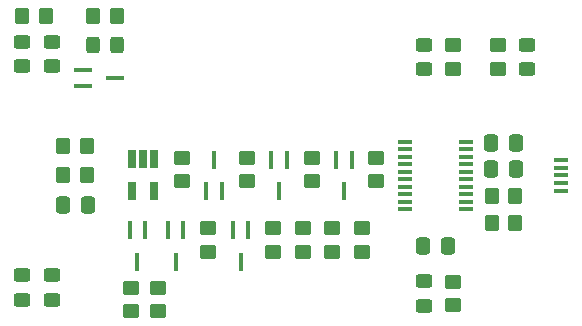
<source format=gbr>
%TF.GenerationSoftware,KiCad,Pcbnew,(6.0.7)*%
%TF.CreationDate,2023-04-12T13:22:55-04:00*%
%TF.ProjectId,minirib-usb,6d696e69-7269-4622-9d75-73622e6b6963,E*%
%TF.SameCoordinates,Original*%
%TF.FileFunction,Paste,Top*%
%TF.FilePolarity,Positive*%
%FSLAX46Y46*%
G04 Gerber Fmt 4.6, Leading zero omitted, Abs format (unit mm)*
G04 Created by KiCad (PCBNEW (6.0.7)) date 2023-04-12 13:22:55*
%MOMM*%
%LPD*%
G01*
G04 APERTURE LIST*
G04 Aperture macros list*
%AMRoundRect*
0 Rectangle with rounded corners*
0 $1 Rounding radius*
0 $2 $3 $4 $5 $6 $7 $8 $9 X,Y pos of 4 corners*
0 Add a 4 corners polygon primitive as box body*
4,1,4,$2,$3,$4,$5,$6,$7,$8,$9,$2,$3,0*
0 Add four circle primitives for the rounded corners*
1,1,$1+$1,$2,$3*
1,1,$1+$1,$4,$5*
1,1,$1+$1,$6,$7*
1,1,$1+$1,$8,$9*
0 Add four rect primitives between the rounded corners*
20,1,$1+$1,$2,$3,$4,$5,0*
20,1,$1+$1,$4,$5,$6,$7,0*
20,1,$1+$1,$6,$7,$8,$9,0*
20,1,$1+$1,$8,$9,$2,$3,0*%
G04 Aperture macros list end*
%ADD10RoundRect,0.250000X0.450000X-0.350000X0.450000X0.350000X-0.450000X0.350000X-0.450000X-0.350000X0*%
%ADD11RoundRect,0.250000X-0.450000X0.325000X-0.450000X-0.325000X0.450000X-0.325000X0.450000X0.325000X0*%
%ADD12R,1.300000X0.450000*%
%ADD13RoundRect,0.250000X-0.450000X0.350000X-0.450000X-0.350000X0.450000X-0.350000X0.450000X0.350000X0*%
%ADD14RoundRect,0.250000X-0.350000X-0.450000X0.350000X-0.450000X0.350000X0.450000X-0.350000X0.450000X0*%
%ADD15RoundRect,0.250000X0.450000X-0.325000X0.450000X0.325000X-0.450000X0.325000X-0.450000X-0.325000X0*%
%ADD16R,0.650000X1.560000*%
%ADD17R,0.450000X1.500000*%
%ADD18RoundRect,0.250000X0.337500X0.475000X-0.337500X0.475000X-0.337500X-0.475000X0.337500X-0.475000X0*%
%ADD19RoundRect,0.250000X0.350000X0.450000X-0.350000X0.450000X-0.350000X-0.450000X0.350000X-0.450000X0*%
%ADD20RoundRect,0.250000X0.325000X0.450000X-0.325000X0.450000X-0.325000X-0.450000X0.325000X-0.450000X0*%
%ADD21RoundRect,0.250000X-0.337500X-0.475000X0.337500X-0.475000X0.337500X0.475000X-0.337500X0.475000X0*%
%ADD22R,1.200000X0.400000*%
%ADD23R,1.500000X0.450000*%
G04 APERTURE END LIST*
D10*
%TO.C,R20*%
X137250000Y-111500000D03*
X137250000Y-109500000D03*
%TD*%
%TO.C,R19*%
X134750000Y-111500000D03*
X134750000Y-109500000D03*
%TD*%
%TO.C,R10*%
X133000000Y-105500000D03*
X133000000Y-103500000D03*
%TD*%
D11*
%TO.C,D3*%
X108500000Y-113475000D03*
X108500000Y-115525000D03*
%TD*%
D12*
%TO.C,J1*%
X154100000Y-106300000D03*
X154100000Y-105650000D03*
X154100000Y-105000000D03*
X154100000Y-104350000D03*
X154100000Y-103700000D03*
%TD*%
D13*
%TO.C,R3*%
X129750000Y-109500000D03*
X129750000Y-111500000D03*
%TD*%
D14*
%TO.C,R1*%
X148255000Y-106750000D03*
X150255000Y-106750000D03*
%TD*%
%TO.C,R14*%
X114500000Y-91500000D03*
X116500000Y-91500000D03*
%TD*%
D15*
%TO.C,D7*%
X142500000Y-96025000D03*
X142500000Y-93975000D03*
%TD*%
D16*
%TO.C,U2*%
X119700000Y-103650000D03*
X118750000Y-103650000D03*
X117800000Y-103650000D03*
X117800000Y-106350000D03*
X119700000Y-106350000D03*
%TD*%
D14*
%TO.C,R13*%
X108500000Y-91500000D03*
X110500000Y-91500000D03*
%TD*%
D17*
%TO.C,Q2*%
X122150000Y-109670000D03*
X120850000Y-109670000D03*
X121500000Y-112330000D03*
%TD*%
D11*
%TO.C,D4*%
X111000000Y-113475000D03*
X111000000Y-115525000D03*
%TD*%
D18*
%TO.C,C2*%
X144537500Y-111000000D03*
X142462500Y-111000000D03*
%TD*%
D10*
%TO.C,R15*%
X122000000Y-105500000D03*
X122000000Y-103500000D03*
%TD*%
D14*
%TO.C,R7*%
X112000000Y-105000000D03*
X114000000Y-105000000D03*
%TD*%
D19*
%TO.C,R6*%
X114000000Y-102500000D03*
X112000000Y-102500000D03*
%TD*%
D10*
%TO.C,R5*%
X117750000Y-116500000D03*
X117750000Y-114500000D03*
%TD*%
D20*
%TO.C,D6*%
X116525000Y-94000000D03*
X114475000Y-94000000D03*
%TD*%
D13*
%TO.C,R12*%
X148750000Y-94000000D03*
X148750000Y-96000000D03*
%TD*%
%TO.C,R16*%
X127500000Y-103500000D03*
X127500000Y-105500000D03*
%TD*%
D21*
%TO.C,C3*%
X111962500Y-107500000D03*
X114037500Y-107500000D03*
%TD*%
D19*
%TO.C,R2*%
X150250000Y-109000000D03*
X148250000Y-109000000D03*
%TD*%
D10*
%TO.C,R11*%
X132250000Y-111500000D03*
X132250000Y-109500000D03*
%TD*%
%TO.C,R18*%
X145000000Y-116000000D03*
X145000000Y-114000000D03*
%TD*%
D17*
%TO.C,Q3*%
X118900000Y-109670000D03*
X117600000Y-109670000D03*
X118250000Y-112330000D03*
%TD*%
D18*
%TO.C,C1*%
X150292500Y-104500000D03*
X148217500Y-104500000D03*
%TD*%
D17*
%TO.C,Q1*%
X127650000Y-109670000D03*
X126350000Y-109670000D03*
X127000000Y-112330000D03*
%TD*%
D13*
%TO.C,R17*%
X145000000Y-94000000D03*
X145000000Y-96000000D03*
%TD*%
D22*
%TO.C,U1*%
X140900000Y-102137500D03*
X140900000Y-102772500D03*
X140900000Y-103407500D03*
X140900000Y-104042500D03*
X140900000Y-104677500D03*
X140900000Y-105312500D03*
X140900000Y-105947500D03*
X140900000Y-106582500D03*
X140900000Y-107217500D03*
X140900000Y-107852500D03*
X146100000Y-107852500D03*
X146100000Y-107217500D03*
X146100000Y-106582500D03*
X146100000Y-105947500D03*
X146100000Y-105312500D03*
X146100000Y-104677500D03*
X146100000Y-104042500D03*
X146100000Y-103407500D03*
X146100000Y-102772500D03*
X146100000Y-102137500D03*
%TD*%
D15*
%TO.C,D2*%
X108500000Y-95750000D03*
X108500000Y-93700000D03*
%TD*%
D23*
%TO.C,Q6*%
X113670000Y-96100000D03*
X113670000Y-97400000D03*
X116330000Y-96750000D03*
%TD*%
D17*
%TO.C,Q4*%
X136400000Y-103670000D03*
X135100000Y-103670000D03*
X135750000Y-106330000D03*
%TD*%
%TO.C,Q5*%
X130900000Y-103670000D03*
X129600000Y-103670000D03*
X130250000Y-106330000D03*
%TD*%
D15*
%TO.C,D1*%
X111000000Y-95750000D03*
X111000000Y-93700000D03*
%TD*%
D18*
%TO.C,C4*%
X150292500Y-102250000D03*
X148217500Y-102250000D03*
%TD*%
D15*
%TO.C,D5*%
X151250000Y-96025000D03*
X151250000Y-93975000D03*
%TD*%
D17*
%TO.C,Q7*%
X124100000Y-106330000D03*
X125400000Y-106330000D03*
X124750000Y-103670000D03*
%TD*%
D10*
%TO.C,R9*%
X138500000Y-105500000D03*
X138500000Y-103500000D03*
%TD*%
%TO.C,R4*%
X120000000Y-116500000D03*
X120000000Y-114500000D03*
%TD*%
D11*
%TO.C,D8*%
X142500000Y-113975000D03*
X142500000Y-116025000D03*
%TD*%
D13*
%TO.C,R8*%
X124250000Y-109500000D03*
X124250000Y-111500000D03*
%TD*%
M02*

</source>
